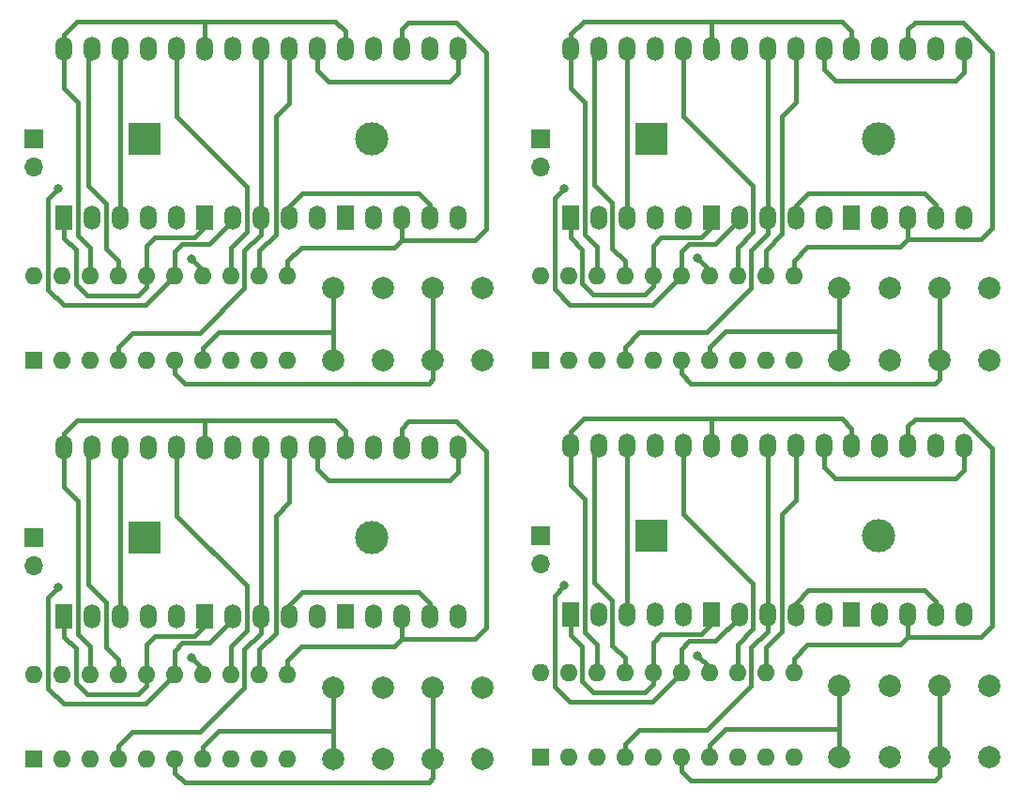
<source format=gbr>
G04 #@! TF.GenerationSoftware,KiCad,Pcbnew,(5.1.9)-1*
G04 #@! TF.CreationDate,2021-06-20T07:06:55+07:00*
G04 #@! TF.ProjectId,tally,74616c6c-792e-46b6-9963-61645f706362,rev?*
G04 #@! TF.SameCoordinates,Original*
G04 #@! TF.FileFunction,Copper,L1,Top*
G04 #@! TF.FilePolarity,Positive*
%FSLAX46Y46*%
G04 Gerber Fmt 4.6, Leading zero omitted, Abs format (unit mm)*
G04 Created by KiCad (PCBNEW (5.1.9)-1) date 2021-06-20 07:06:55*
%MOMM*%
%LPD*%
G01*
G04 APERTURE LIST*
G04 #@! TA.AperFunction,ComponentPad*
%ADD10R,1.501140X2.199640*%
G04 #@! TD*
G04 #@! TA.AperFunction,ComponentPad*
%ADD11O,1.501140X2.199640*%
G04 #@! TD*
G04 #@! TA.AperFunction,ComponentPad*
%ADD12C,2.000000*%
G04 #@! TD*
G04 #@! TA.AperFunction,ComponentPad*
%ADD13O,1.700000X1.700000*%
G04 #@! TD*
G04 #@! TA.AperFunction,ComponentPad*
%ADD14R,1.700000X1.700000*%
G04 #@! TD*
G04 #@! TA.AperFunction,ComponentPad*
%ADD15R,3.000000X3.000000*%
G04 #@! TD*
G04 #@! TA.AperFunction,ComponentPad*
%ADD16C,3.000000*%
G04 #@! TD*
G04 #@! TA.AperFunction,ComponentPad*
%ADD17O,1.600000X1.600000*%
G04 #@! TD*
G04 #@! TA.AperFunction,ComponentPad*
%ADD18R,1.600000X1.600000*%
G04 #@! TD*
G04 #@! TA.AperFunction,ViaPad*
%ADD19C,0.800000*%
G04 #@! TD*
G04 #@! TA.AperFunction,Conductor*
%ADD20C,0.400000*%
G04 #@! TD*
G04 APERTURE END LIST*
D10*
X174745000Y-83145000D03*
D11*
X177285000Y-83145000D03*
X179825000Y-83145000D03*
X182365000Y-83145000D03*
X184905000Y-83145000D03*
X184905000Y-67905000D03*
X182365000Y-67905000D03*
X179825000Y-67905000D03*
X177285000Y-67905000D03*
X174745000Y-67905000D03*
D12*
X186325000Y-89525000D03*
X190825000Y-89525000D03*
X186325000Y-96025000D03*
X190825000Y-96025000D03*
X199825000Y-96025000D03*
X195325000Y-96025000D03*
X199825000Y-89525000D03*
X195325000Y-89525000D03*
D13*
X159325000Y-78565000D03*
D14*
X159325000Y-76025000D03*
D15*
X169325000Y-76025000D03*
D16*
X189815000Y-76025000D03*
D17*
X159325000Y-88405000D03*
X182185000Y-96025000D03*
X161865000Y-88405000D03*
X179645000Y-96025000D03*
X164405000Y-88405000D03*
X177105000Y-96025000D03*
X166945000Y-88405000D03*
X174565000Y-96025000D03*
X169485000Y-88405000D03*
X172025000Y-96025000D03*
X172025000Y-88405000D03*
X169485000Y-96025000D03*
X174565000Y-88405000D03*
X166945000Y-96025000D03*
X177105000Y-88405000D03*
X164405000Y-96025000D03*
X179645000Y-88405000D03*
X161865000Y-96025000D03*
X182185000Y-88405000D03*
D18*
X159325000Y-96025000D03*
D11*
X187425000Y-67905000D03*
X189965000Y-67905000D03*
X192505000Y-67905000D03*
X195045000Y-67905000D03*
X197585000Y-67905000D03*
X197585000Y-83145000D03*
X195045000Y-83145000D03*
X192505000Y-83145000D03*
X189965000Y-83145000D03*
D10*
X187425000Y-83145000D03*
D11*
X162065000Y-67905000D03*
X164605000Y-67905000D03*
X167145000Y-67905000D03*
X169685000Y-67905000D03*
X172225000Y-67905000D03*
X172225000Y-83145000D03*
X169685000Y-83145000D03*
X167145000Y-83145000D03*
X164605000Y-83145000D03*
D10*
X162065000Y-83145000D03*
X174745000Y-47145000D03*
D11*
X177285000Y-47145000D03*
X179825000Y-47145000D03*
X182365000Y-47145000D03*
X184905000Y-47145000D03*
X184905000Y-31905000D03*
X182365000Y-31905000D03*
X179825000Y-31905000D03*
X177285000Y-31905000D03*
X174745000Y-31905000D03*
D12*
X186325000Y-53525000D03*
X190825000Y-53525000D03*
X186325000Y-60025000D03*
X190825000Y-60025000D03*
X199825000Y-60025000D03*
X195325000Y-60025000D03*
X199825000Y-53525000D03*
X195325000Y-53525000D03*
D13*
X159325000Y-42565000D03*
D14*
X159325000Y-40025000D03*
D15*
X169325000Y-40025000D03*
D16*
X189815000Y-40025000D03*
D17*
X159325000Y-52405000D03*
X182185000Y-60025000D03*
X161865000Y-52405000D03*
X179645000Y-60025000D03*
X164405000Y-52405000D03*
X177105000Y-60025000D03*
X166945000Y-52405000D03*
X174565000Y-60025000D03*
X169485000Y-52405000D03*
X172025000Y-60025000D03*
X172025000Y-52405000D03*
X169485000Y-60025000D03*
X174565000Y-52405000D03*
X166945000Y-60025000D03*
X177105000Y-52405000D03*
X164405000Y-60025000D03*
X179645000Y-52405000D03*
X161865000Y-60025000D03*
X182185000Y-52405000D03*
D18*
X159325000Y-60025000D03*
D11*
X187425000Y-31905000D03*
X189965000Y-31905000D03*
X192505000Y-31905000D03*
X195045000Y-31905000D03*
X197585000Y-31905000D03*
X197585000Y-47145000D03*
X195045000Y-47145000D03*
X192505000Y-47145000D03*
X189965000Y-47145000D03*
D10*
X187425000Y-47145000D03*
D11*
X162065000Y-31905000D03*
X164605000Y-31905000D03*
X167145000Y-31905000D03*
X169685000Y-31905000D03*
X172225000Y-31905000D03*
X172225000Y-47145000D03*
X169685000Y-47145000D03*
X167145000Y-47145000D03*
X164605000Y-47145000D03*
D10*
X162065000Y-47145000D03*
X220420000Y-82970000D03*
D11*
X222960000Y-82970000D03*
X225500000Y-82970000D03*
X228040000Y-82970000D03*
X230580000Y-82970000D03*
X230580000Y-67730000D03*
X228040000Y-67730000D03*
X225500000Y-67730000D03*
X222960000Y-67730000D03*
X220420000Y-67730000D03*
D12*
X232000000Y-89350000D03*
X236500000Y-89350000D03*
X232000000Y-95850000D03*
X236500000Y-95850000D03*
X245500000Y-95850000D03*
X241000000Y-95850000D03*
X245500000Y-89350000D03*
X241000000Y-89350000D03*
D13*
X205000000Y-78390000D03*
D14*
X205000000Y-75850000D03*
D15*
X215000000Y-75850000D03*
D16*
X235490000Y-75850000D03*
D17*
X205000000Y-88230000D03*
X227860000Y-95850000D03*
X207540000Y-88230000D03*
X225320000Y-95850000D03*
X210080000Y-88230000D03*
X222780000Y-95850000D03*
X212620000Y-88230000D03*
X220240000Y-95850000D03*
X215160000Y-88230000D03*
X217700000Y-95850000D03*
X217700000Y-88230000D03*
X215160000Y-95850000D03*
X220240000Y-88230000D03*
X212620000Y-95850000D03*
X222780000Y-88230000D03*
X210080000Y-95850000D03*
X225320000Y-88230000D03*
X207540000Y-95850000D03*
X227860000Y-88230000D03*
D18*
X205000000Y-95850000D03*
D11*
X233100000Y-67730000D03*
X235640000Y-67730000D03*
X238180000Y-67730000D03*
X240720000Y-67730000D03*
X243260000Y-67730000D03*
X243260000Y-82970000D03*
X240720000Y-82970000D03*
X238180000Y-82970000D03*
X235640000Y-82970000D03*
D10*
X233100000Y-82970000D03*
D11*
X207740000Y-67730000D03*
X210280000Y-67730000D03*
X212820000Y-67730000D03*
X215360000Y-67730000D03*
X217900000Y-67730000D03*
X217900000Y-82970000D03*
X215360000Y-82970000D03*
X212820000Y-82970000D03*
X210280000Y-82970000D03*
D10*
X207740000Y-82970000D03*
D16*
X235490000Y-40000000D03*
D15*
X215000000Y-40000000D03*
D14*
X205000000Y-40000000D03*
D13*
X205000000Y-42540000D03*
D12*
X241000000Y-53500000D03*
X245500000Y-53500000D03*
X241000000Y-60000000D03*
X245500000Y-60000000D03*
X236500000Y-60000000D03*
X232000000Y-60000000D03*
X236500000Y-53500000D03*
X232000000Y-53500000D03*
D18*
X205000000Y-60000000D03*
D17*
X227860000Y-52380000D03*
X207540000Y-60000000D03*
X225320000Y-52380000D03*
X210080000Y-60000000D03*
X222780000Y-52380000D03*
X212620000Y-60000000D03*
X220240000Y-52380000D03*
X215160000Y-60000000D03*
X217700000Y-52380000D03*
X217700000Y-60000000D03*
X215160000Y-52380000D03*
X220240000Y-60000000D03*
X212620000Y-52380000D03*
X222780000Y-60000000D03*
X210080000Y-52380000D03*
X225320000Y-60000000D03*
X207540000Y-52380000D03*
X227860000Y-60000000D03*
X205000000Y-52380000D03*
D10*
X233100000Y-47120000D03*
D11*
X235640000Y-47120000D03*
X238180000Y-47120000D03*
X240720000Y-47120000D03*
X243260000Y-47120000D03*
X243260000Y-31880000D03*
X240720000Y-31880000D03*
X238180000Y-31880000D03*
X235640000Y-31880000D03*
X233100000Y-31880000D03*
X220420000Y-31880000D03*
X222960000Y-31880000D03*
X225500000Y-31880000D03*
X228040000Y-31880000D03*
X230580000Y-31880000D03*
X230580000Y-47120000D03*
X228040000Y-47120000D03*
X225500000Y-47120000D03*
X222960000Y-47120000D03*
D10*
X220420000Y-47120000D03*
X207740000Y-47120000D03*
D11*
X210280000Y-47120000D03*
X212820000Y-47120000D03*
X215360000Y-47120000D03*
X217900000Y-47120000D03*
X217900000Y-31880000D03*
X215360000Y-31880000D03*
X212820000Y-31880000D03*
X210280000Y-31880000D03*
X207740000Y-31880000D03*
D19*
X219200000Y-86650000D03*
X207200000Y-80350000D03*
X173525000Y-50825000D03*
X161525000Y-44525000D03*
X173525000Y-86825000D03*
X161525000Y-80525000D03*
X219200000Y-50800000D03*
X207200000Y-44500000D03*
D20*
X241000000Y-95850000D02*
X241000000Y-89350000D01*
X217700000Y-97050000D02*
X217700000Y-95850000D01*
X240600000Y-97950000D02*
X218600000Y-97950000D01*
X241000000Y-95850000D02*
X241000000Y-97550000D01*
X218600000Y-97950000D02*
X217700000Y-97050000D01*
X241000000Y-97550000D02*
X240600000Y-97950000D01*
X232000000Y-95850000D02*
X232000000Y-93250000D01*
X232000000Y-93250000D02*
X221700000Y-93250000D01*
X221700000Y-93250000D02*
X220240000Y-94710000D01*
X232000000Y-93250000D02*
X232000000Y-89350000D01*
X220240000Y-94710000D02*
X220240000Y-95850000D01*
X213900000Y-93350000D02*
X220000000Y-93350000D01*
X212620000Y-94630000D02*
X213900000Y-93350000D01*
X220000000Y-93350000D02*
X224000000Y-89350000D01*
X225500000Y-67730000D02*
X225500000Y-82970000D01*
X225500000Y-84450000D02*
X225500000Y-82970000D01*
X224000000Y-85950000D02*
X225500000Y-84450000D01*
X212620000Y-95850000D02*
X212620000Y-94630000D01*
X224000000Y-89350000D02*
X224000000Y-85950000D01*
X212820000Y-67730000D02*
X212820000Y-77390002D01*
X212820000Y-77390002D02*
X212820000Y-82970000D01*
X238180000Y-84970000D02*
X238180000Y-82970000D01*
X229100000Y-85650000D02*
X237500000Y-85650000D01*
X227860000Y-88230000D02*
X227860000Y-86890000D01*
X227860000Y-86890000D02*
X229100000Y-85650000D01*
X237500000Y-85650000D02*
X238180000Y-84970000D01*
X225320000Y-88230000D02*
X225320000Y-85930000D01*
X228040000Y-72610000D02*
X228040000Y-67730000D01*
X226800000Y-84450000D02*
X226800000Y-73850000D01*
X225320000Y-85930000D02*
X226800000Y-84450000D01*
X226800000Y-73850000D02*
X228040000Y-72610000D01*
X222780000Y-85670000D02*
X224200000Y-84250000D01*
X217900000Y-70350000D02*
X217900000Y-67730000D01*
X242500000Y-70650000D02*
X243260000Y-69890000D01*
X243260000Y-69890000D02*
X243260000Y-67730000D01*
X224200000Y-84250000D02*
X224200000Y-80150000D01*
X217900000Y-73850000D02*
X217900000Y-70350000D01*
X222780000Y-88230000D02*
X222780000Y-85670000D01*
X224200000Y-80150000D02*
X217900000Y-73850000D01*
X230580000Y-69630000D02*
X231600000Y-70650000D01*
X231600000Y-70650000D02*
X242500000Y-70650000D01*
X230580000Y-67730000D02*
X230580000Y-69630000D01*
X229200000Y-80750000D02*
X228040000Y-81910000D01*
X240720000Y-81770000D02*
X239700000Y-80750000D01*
X220240000Y-87690000D02*
X219200000Y-86650000D01*
X240720000Y-82970000D02*
X240720000Y-81770000D01*
X239700000Y-80750000D02*
X229200000Y-80750000D01*
X228040000Y-81910000D02*
X228040000Y-82970000D01*
X220240000Y-88230000D02*
X220240000Y-87690000D01*
X206300000Y-89450000D02*
X206300000Y-85050000D01*
X206300000Y-85050000D02*
X206300000Y-81250000D01*
X206300000Y-81250000D02*
X207200000Y-80350000D01*
X222960000Y-83190000D02*
X222960000Y-82970000D01*
X217700000Y-88230000D02*
X215080000Y-90850000D01*
X215080000Y-90850000D02*
X207700000Y-90850000D01*
X207700000Y-90850000D02*
X206300000Y-89450000D01*
X218400000Y-85350000D02*
X220800000Y-85350000D01*
X217700000Y-88230000D02*
X217700000Y-86050000D01*
X217700000Y-86050000D02*
X218400000Y-85350000D01*
X220800000Y-85350000D02*
X222960000Y-83190000D01*
X208800000Y-88950000D02*
X208800000Y-85850000D01*
X209800000Y-89950000D02*
X208800000Y-88950000D01*
X208800000Y-85850000D02*
X207740000Y-84790000D01*
X215160000Y-89190000D02*
X214400000Y-89950000D01*
X215160000Y-85490000D02*
X215900000Y-84750000D01*
X214400000Y-89950000D02*
X209800000Y-89950000D01*
X207740000Y-84790000D02*
X207740000Y-82970000D01*
X215160000Y-88230000D02*
X215160000Y-85490000D01*
X215900000Y-84750000D02*
X219500000Y-84750000D01*
X219500000Y-84750000D02*
X220420000Y-83830000D01*
X220420000Y-83830000D02*
X220420000Y-82970000D01*
X215160000Y-88230000D02*
X215160000Y-89190000D01*
X211500000Y-81650000D02*
X209900000Y-80050000D01*
X212620000Y-86870000D02*
X211500000Y-85750000D01*
X209900000Y-80050000D02*
X209900000Y-68110000D01*
X212620000Y-88230000D02*
X212620000Y-86870000D01*
X209900000Y-68110000D02*
X210280000Y-67730000D01*
X211500000Y-85750000D02*
X211500000Y-81650000D01*
X210080000Y-85630000D02*
X209000000Y-84550000D01*
X220420000Y-67730000D02*
X220420000Y-65270000D01*
X209000000Y-84550000D02*
X209000000Y-72550000D01*
X208900000Y-65250000D02*
X220400000Y-65250000D01*
X209000000Y-72550000D02*
X207740000Y-71290000D01*
X207740000Y-66410000D02*
X208900000Y-65250000D01*
X232200000Y-65250000D02*
X233100000Y-66150000D01*
X210080000Y-88230000D02*
X210080000Y-85630000D01*
X207740000Y-71290000D02*
X207740000Y-67730000D01*
X233100000Y-66150000D02*
X233100000Y-67730000D01*
X220420000Y-65270000D02*
X220400000Y-65250000D01*
X207740000Y-67730000D02*
X207740000Y-66410000D01*
X220400000Y-65250000D02*
X232200000Y-65250000D01*
X195325000Y-60025000D02*
X195325000Y-53525000D01*
X172025000Y-61225000D02*
X172025000Y-60025000D01*
X194925000Y-62125000D02*
X172925000Y-62125000D01*
X195325000Y-60025000D02*
X195325000Y-61725000D01*
X172925000Y-62125000D02*
X172025000Y-61225000D01*
X195325000Y-61725000D02*
X194925000Y-62125000D01*
X186325000Y-60025000D02*
X186325000Y-57425000D01*
X186325000Y-57425000D02*
X176025000Y-57425000D01*
X176025000Y-57425000D02*
X174565000Y-58885000D01*
X186325000Y-57425000D02*
X186325000Y-53525000D01*
X174565000Y-58885000D02*
X174565000Y-60025000D01*
X168225000Y-57525000D02*
X174325000Y-57525000D01*
X166945000Y-58805000D02*
X168225000Y-57525000D01*
X174325000Y-57525000D02*
X178325000Y-53525000D01*
X179825000Y-31905000D02*
X179825000Y-47145000D01*
X179825000Y-48625000D02*
X179825000Y-47145000D01*
X178325000Y-50125000D02*
X179825000Y-48625000D01*
X166945000Y-60025000D02*
X166945000Y-58805000D01*
X178325000Y-53525000D02*
X178325000Y-50125000D01*
X167145000Y-31905000D02*
X167145000Y-41565002D01*
X167145000Y-41565002D02*
X167145000Y-47145000D01*
X192505000Y-49145000D02*
X192505000Y-47145000D01*
X183425000Y-49825000D02*
X191825000Y-49825000D01*
X182185000Y-52405000D02*
X182185000Y-51065000D01*
X182185000Y-51065000D02*
X183425000Y-49825000D01*
X191825000Y-49825000D02*
X192505000Y-49145000D01*
X179645000Y-52405000D02*
X179645000Y-50105000D01*
X182365000Y-36785000D02*
X182365000Y-31905000D01*
X181125000Y-48625000D02*
X181125000Y-38025000D01*
X179645000Y-50105000D02*
X181125000Y-48625000D01*
X181125000Y-38025000D02*
X182365000Y-36785000D01*
X177105000Y-49845000D02*
X178525000Y-48425000D01*
X172225000Y-34525000D02*
X172225000Y-31905000D01*
X196825000Y-34825000D02*
X197585000Y-34065000D01*
X197585000Y-34065000D02*
X197585000Y-31905000D01*
X178525000Y-48425000D02*
X178525000Y-44325000D01*
X172225000Y-38025000D02*
X172225000Y-34525000D01*
X177105000Y-52405000D02*
X177105000Y-49845000D01*
X178525000Y-44325000D02*
X172225000Y-38025000D01*
X184905000Y-33805000D02*
X185925000Y-34825000D01*
X185925000Y-34825000D02*
X196825000Y-34825000D01*
X184905000Y-31905000D02*
X184905000Y-33805000D01*
X183525000Y-44925000D02*
X182365000Y-46085000D01*
X195045000Y-45945000D02*
X194025000Y-44925000D01*
X174565000Y-51865000D02*
X173525000Y-50825000D01*
X195045000Y-47145000D02*
X195045000Y-45945000D01*
X194025000Y-44925000D02*
X183525000Y-44925000D01*
X182365000Y-46085000D02*
X182365000Y-47145000D01*
X174565000Y-52405000D02*
X174565000Y-51865000D01*
X160625000Y-53625000D02*
X160625000Y-49225000D01*
X160625000Y-49225000D02*
X160625000Y-45425000D01*
X160625000Y-45425000D02*
X161525000Y-44525000D01*
X177285000Y-47365000D02*
X177285000Y-47145000D01*
X172025000Y-52405000D02*
X169405000Y-55025000D01*
X169405000Y-55025000D02*
X162025000Y-55025000D01*
X162025000Y-55025000D02*
X160625000Y-53625000D01*
X172725000Y-49525000D02*
X175125000Y-49525000D01*
X172025000Y-52405000D02*
X172025000Y-50225000D01*
X172025000Y-50225000D02*
X172725000Y-49525000D01*
X175125000Y-49525000D02*
X177285000Y-47365000D01*
X163125000Y-53125000D02*
X163125000Y-50025000D01*
X164125000Y-54125000D02*
X163125000Y-53125000D01*
X163125000Y-50025000D02*
X162065000Y-48965000D01*
X169485000Y-53365000D02*
X168725000Y-54125000D01*
X169485000Y-49665000D02*
X170225000Y-48925000D01*
X168725000Y-54125000D02*
X164125000Y-54125000D01*
X162065000Y-48965000D02*
X162065000Y-47145000D01*
X169485000Y-52405000D02*
X169485000Y-49665000D01*
X170225000Y-48925000D02*
X173825000Y-48925000D01*
X173825000Y-48925000D02*
X174745000Y-48005000D01*
X174745000Y-48005000D02*
X174745000Y-47145000D01*
X169485000Y-52405000D02*
X169485000Y-53365000D01*
X165825000Y-45825000D02*
X164225000Y-44225000D01*
X166945000Y-51045000D02*
X165825000Y-49925000D01*
X164225000Y-44225000D02*
X164225000Y-32285000D01*
X166945000Y-52405000D02*
X166945000Y-51045000D01*
X164225000Y-32285000D02*
X164605000Y-31905000D01*
X165825000Y-49925000D02*
X165825000Y-45825000D01*
X164405000Y-49805000D02*
X163325000Y-48725000D01*
X174745000Y-31905000D02*
X174745000Y-29445000D01*
X163325000Y-48725000D02*
X163325000Y-36725000D01*
X163225000Y-29425000D02*
X174725000Y-29425000D01*
X163325000Y-36725000D02*
X162065000Y-35465000D01*
X162065000Y-30585000D02*
X163225000Y-29425000D01*
X186525000Y-29425000D02*
X187425000Y-30325000D01*
X164405000Y-52405000D02*
X164405000Y-49805000D01*
X162065000Y-35465000D02*
X162065000Y-31905000D01*
X187425000Y-30325000D02*
X187425000Y-31905000D01*
X174745000Y-29445000D02*
X174725000Y-29425000D01*
X162065000Y-31905000D02*
X162065000Y-30585000D01*
X174725000Y-29425000D02*
X186525000Y-29425000D01*
X195325000Y-96025000D02*
X195325000Y-89525000D01*
X172025000Y-97225000D02*
X172025000Y-96025000D01*
X194925000Y-98125000D02*
X172925000Y-98125000D01*
X195325000Y-96025000D02*
X195325000Y-97725000D01*
X172925000Y-98125000D02*
X172025000Y-97225000D01*
X195325000Y-97725000D02*
X194925000Y-98125000D01*
X186325000Y-96025000D02*
X186325000Y-93425000D01*
X186325000Y-93425000D02*
X176025000Y-93425000D01*
X176025000Y-93425000D02*
X174565000Y-94885000D01*
X186325000Y-93425000D02*
X186325000Y-89525000D01*
X174565000Y-94885000D02*
X174565000Y-96025000D01*
X168225000Y-93525000D02*
X174325000Y-93525000D01*
X166945000Y-94805000D02*
X168225000Y-93525000D01*
X174325000Y-93525000D02*
X178325000Y-89525000D01*
X179825000Y-67905000D02*
X179825000Y-83145000D01*
X179825000Y-84625000D02*
X179825000Y-83145000D01*
X178325000Y-86125000D02*
X179825000Y-84625000D01*
X166945000Y-96025000D02*
X166945000Y-94805000D01*
X178325000Y-89525000D02*
X178325000Y-86125000D01*
X167145000Y-67905000D02*
X167145000Y-77565002D01*
X167145000Y-77565002D02*
X167145000Y-83145000D01*
X192505000Y-85145000D02*
X192505000Y-83145000D01*
X183425000Y-85825000D02*
X191825000Y-85825000D01*
X182185000Y-88405000D02*
X182185000Y-87065000D01*
X182185000Y-87065000D02*
X183425000Y-85825000D01*
X191825000Y-85825000D02*
X192505000Y-85145000D01*
X179645000Y-88405000D02*
X179645000Y-86105000D01*
X182365000Y-72785000D02*
X182365000Y-67905000D01*
X181125000Y-84625000D02*
X181125000Y-74025000D01*
X179645000Y-86105000D02*
X181125000Y-84625000D01*
X181125000Y-74025000D02*
X182365000Y-72785000D01*
X177105000Y-85845000D02*
X178525000Y-84425000D01*
X172225000Y-70525000D02*
X172225000Y-67905000D01*
X196825000Y-70825000D02*
X197585000Y-70065000D01*
X197585000Y-70065000D02*
X197585000Y-67905000D01*
X178525000Y-84425000D02*
X178525000Y-80325000D01*
X172225000Y-74025000D02*
X172225000Y-70525000D01*
X177105000Y-88405000D02*
X177105000Y-85845000D01*
X178525000Y-80325000D02*
X172225000Y-74025000D01*
X184905000Y-69805000D02*
X185925000Y-70825000D01*
X185925000Y-70825000D02*
X196825000Y-70825000D01*
X184905000Y-67905000D02*
X184905000Y-69805000D01*
X183525000Y-80925000D02*
X182365000Y-82085000D01*
X195045000Y-81945000D02*
X194025000Y-80925000D01*
X174565000Y-87865000D02*
X173525000Y-86825000D01*
X195045000Y-83145000D02*
X195045000Y-81945000D01*
X194025000Y-80925000D02*
X183525000Y-80925000D01*
X182365000Y-82085000D02*
X182365000Y-83145000D01*
X174565000Y-88405000D02*
X174565000Y-87865000D01*
X160625000Y-89625000D02*
X160625000Y-85225000D01*
X160625000Y-85225000D02*
X160625000Y-81425000D01*
X160625000Y-81425000D02*
X161525000Y-80525000D01*
X177285000Y-83365000D02*
X177285000Y-83145000D01*
X172025000Y-88405000D02*
X169405000Y-91025000D01*
X169405000Y-91025000D02*
X162025000Y-91025000D01*
X162025000Y-91025000D02*
X160625000Y-89625000D01*
X172725000Y-85525000D02*
X175125000Y-85525000D01*
X172025000Y-88405000D02*
X172025000Y-86225000D01*
X172025000Y-86225000D02*
X172725000Y-85525000D01*
X175125000Y-85525000D02*
X177285000Y-83365000D01*
X163125000Y-89125000D02*
X163125000Y-86025000D01*
X164125000Y-90125000D02*
X163125000Y-89125000D01*
X163125000Y-86025000D02*
X162065000Y-84965000D01*
X169485000Y-89365000D02*
X168725000Y-90125000D01*
X169485000Y-85665000D02*
X170225000Y-84925000D01*
X168725000Y-90125000D02*
X164125000Y-90125000D01*
X162065000Y-84965000D02*
X162065000Y-83145000D01*
X169485000Y-88405000D02*
X169485000Y-85665000D01*
X170225000Y-84925000D02*
X173825000Y-84925000D01*
X173825000Y-84925000D02*
X174745000Y-84005000D01*
X174745000Y-84005000D02*
X174745000Y-83145000D01*
X169485000Y-88405000D02*
X169485000Y-89365000D01*
X165825000Y-81825000D02*
X164225000Y-80225000D01*
X166945000Y-87045000D02*
X165825000Y-85925000D01*
X164225000Y-80225000D02*
X164225000Y-68285000D01*
X166945000Y-88405000D02*
X166945000Y-87045000D01*
X164225000Y-68285000D02*
X164605000Y-67905000D01*
X165825000Y-85925000D02*
X165825000Y-81825000D01*
X164405000Y-85805000D02*
X163325000Y-84725000D01*
X174745000Y-67905000D02*
X174745000Y-65445000D01*
X163325000Y-84725000D02*
X163325000Y-72725000D01*
X163225000Y-65425000D02*
X174725000Y-65425000D01*
X163325000Y-72725000D02*
X162065000Y-71465000D01*
X162065000Y-66585000D02*
X163225000Y-65425000D01*
X186525000Y-65425000D02*
X187425000Y-66325000D01*
X164405000Y-88405000D02*
X164405000Y-85805000D01*
X162065000Y-71465000D02*
X162065000Y-67905000D01*
X187425000Y-66325000D02*
X187425000Y-67905000D01*
X174745000Y-65445000D02*
X174725000Y-65425000D01*
X162065000Y-67905000D02*
X162065000Y-66585000D01*
X174725000Y-65425000D02*
X186525000Y-65425000D01*
X192505000Y-30145000D02*
X192505000Y-31905000D01*
X193125000Y-29525000D02*
X192505000Y-30145000D01*
X200125000Y-32225000D02*
X197425000Y-29525000D01*
X197425000Y-29525000D02*
X193125000Y-29525000D01*
X200125000Y-48125000D02*
X200125000Y-32225000D01*
X199105000Y-49145000D02*
X200125000Y-48125000D01*
X192505000Y-49145000D02*
X199105000Y-49145000D01*
X238800000Y-65350000D02*
X238180000Y-65970000D01*
X243150000Y-65350000D02*
X238800000Y-65350000D01*
X245800000Y-68000000D02*
X243150000Y-65350000D01*
X238180000Y-65970000D02*
X238180000Y-67730000D01*
X245800000Y-83950000D02*
X245800000Y-68000000D01*
X244780000Y-84970000D02*
X245800000Y-83950000D01*
X238180000Y-84970000D02*
X244780000Y-84970000D01*
X192505000Y-66145000D02*
X192505000Y-67905000D01*
X193125000Y-65525000D02*
X192505000Y-66145000D01*
X197425000Y-65525000D02*
X193125000Y-65525000D01*
X200125000Y-68225000D02*
X197425000Y-65525000D01*
X200125000Y-84125000D02*
X200125000Y-68225000D01*
X199105000Y-85145000D02*
X200125000Y-84125000D01*
X192505000Y-85145000D02*
X199105000Y-85145000D01*
X241000000Y-60000000D02*
X241000000Y-53500000D01*
X241000000Y-60000000D02*
X241000000Y-61700000D01*
X241000000Y-61700000D02*
X240600000Y-62100000D01*
X240600000Y-62100000D02*
X218600000Y-62100000D01*
X217700000Y-61200000D02*
X217700000Y-60000000D01*
X218600000Y-62100000D02*
X217700000Y-61200000D01*
X232000000Y-57400000D02*
X221700000Y-57400000D01*
X232000000Y-60000000D02*
X232000000Y-57400000D01*
X232000000Y-57400000D02*
X232000000Y-53500000D01*
X220240000Y-58860000D02*
X220240000Y-60000000D01*
X221700000Y-57400000D02*
X220240000Y-58860000D01*
X212620000Y-60000000D02*
X212620000Y-58780000D01*
X212620000Y-58780000D02*
X213900000Y-57500000D01*
X213900000Y-57500000D02*
X220000000Y-57500000D01*
X220000000Y-57500000D02*
X224000000Y-53500000D01*
X224000000Y-53500000D02*
X224000000Y-50100000D01*
X225500000Y-48600000D02*
X225500000Y-47120000D01*
X224000000Y-50100000D02*
X225500000Y-48600000D01*
X225500000Y-31880000D02*
X225500000Y-47120000D01*
X212820000Y-41540002D02*
X212820000Y-47120000D01*
X212820000Y-31880000D02*
X212820000Y-41540002D01*
X227860000Y-52380000D02*
X227860000Y-51040000D01*
X227860000Y-51040000D02*
X229100000Y-49800000D01*
X229100000Y-49800000D02*
X237500000Y-49800000D01*
X238180000Y-49120000D02*
X238180000Y-47120000D01*
X237500000Y-49800000D02*
X238180000Y-49120000D01*
X238800000Y-29500000D02*
X238180000Y-30120000D01*
X243100000Y-29500000D02*
X238800000Y-29500000D01*
X245800000Y-32200000D02*
X243100000Y-29500000D01*
X245800000Y-48100000D02*
X245800000Y-32200000D01*
X244780000Y-49120000D02*
X245800000Y-48100000D01*
X238180000Y-30120000D02*
X238180000Y-31880000D01*
X238180000Y-49120000D02*
X244780000Y-49120000D01*
X225320000Y-52380000D02*
X225320000Y-50080000D01*
X225320000Y-50080000D02*
X226800000Y-48600000D01*
X226800000Y-48600000D02*
X226800000Y-38000000D01*
X228040000Y-36760000D02*
X228040000Y-31880000D01*
X226800000Y-38000000D02*
X228040000Y-36760000D01*
X222780000Y-52380000D02*
X222780000Y-49820000D01*
X222780000Y-49820000D02*
X224200000Y-48400000D01*
X224200000Y-48400000D02*
X224200000Y-44300000D01*
X224200000Y-44300000D02*
X217900000Y-38000000D01*
X217900000Y-38000000D02*
X217900000Y-34500000D01*
X217900000Y-34500000D02*
X217900000Y-31880000D01*
X230580000Y-31880000D02*
X230580000Y-33780000D01*
X230580000Y-33780000D02*
X231600000Y-34800000D01*
X231600000Y-34800000D02*
X242500000Y-34800000D01*
X243260000Y-34040000D02*
X243260000Y-31880000D01*
X242500000Y-34800000D02*
X243260000Y-34040000D01*
X220240000Y-51840000D02*
X219200000Y-50800000D01*
X220240000Y-52380000D02*
X220240000Y-51840000D01*
X240720000Y-47120000D02*
X240720000Y-45920000D01*
X240720000Y-45920000D02*
X239700000Y-44900000D01*
X239700000Y-44900000D02*
X229200000Y-44900000D01*
X228040000Y-46060000D02*
X228040000Y-47120000D01*
X229200000Y-44900000D02*
X228040000Y-46060000D01*
X217700000Y-52380000D02*
X215080000Y-55000000D01*
X215080000Y-55000000D02*
X207700000Y-55000000D01*
X207700000Y-55000000D02*
X206300000Y-53600000D01*
X206300000Y-53600000D02*
X206300000Y-49200000D01*
X206300000Y-49200000D02*
X206300000Y-45400000D01*
X206300000Y-45400000D02*
X207200000Y-44500000D01*
X222960000Y-47340000D02*
X222960000Y-47120000D01*
X218400000Y-49500000D02*
X220800000Y-49500000D01*
X220800000Y-49500000D02*
X222960000Y-47340000D01*
X217700000Y-50200000D02*
X218400000Y-49500000D01*
X217700000Y-52380000D02*
X217700000Y-50200000D01*
X215160000Y-52380000D02*
X215160000Y-53340000D01*
X215160000Y-53340000D02*
X214400000Y-54100000D01*
X214400000Y-54100000D02*
X209800000Y-54100000D01*
X209800000Y-54100000D02*
X208800000Y-53100000D01*
X208800000Y-53100000D02*
X208800000Y-50000000D01*
X207740000Y-48940000D02*
X207740000Y-47120000D01*
X208800000Y-50000000D02*
X207740000Y-48940000D01*
X220420000Y-47980000D02*
X220420000Y-47120000D01*
X219500000Y-48900000D02*
X220420000Y-47980000D01*
X215900000Y-48900000D02*
X219500000Y-48900000D01*
X215160000Y-49640000D02*
X215900000Y-48900000D01*
X215160000Y-52380000D02*
X215160000Y-49640000D01*
X212620000Y-52380000D02*
X212620000Y-51020000D01*
X212620000Y-51020000D02*
X211500000Y-49900000D01*
X211500000Y-49900000D02*
X211500000Y-45800000D01*
X211500000Y-45800000D02*
X209900000Y-44200000D01*
X209900000Y-32260000D02*
X210280000Y-31880000D01*
X209900000Y-44200000D02*
X209900000Y-32260000D01*
X207740000Y-35440000D02*
X207740000Y-31880000D01*
X209000000Y-36700000D02*
X207740000Y-35440000D01*
X209000000Y-48700000D02*
X209000000Y-36700000D01*
X210080000Y-49780000D02*
X209000000Y-48700000D01*
X210080000Y-52380000D02*
X210080000Y-49780000D01*
X207740000Y-31880000D02*
X207740000Y-30560000D01*
X207740000Y-30560000D02*
X208900000Y-29400000D01*
X233100000Y-30300000D02*
X233100000Y-31880000D01*
X232200000Y-29400000D02*
X233100000Y-30300000D01*
X220420000Y-29420000D02*
X220400000Y-29400000D01*
X220400000Y-29400000D02*
X232200000Y-29400000D01*
X220420000Y-31880000D02*
X220420000Y-29420000D01*
X208900000Y-29400000D02*
X220400000Y-29400000D01*
M02*

</source>
